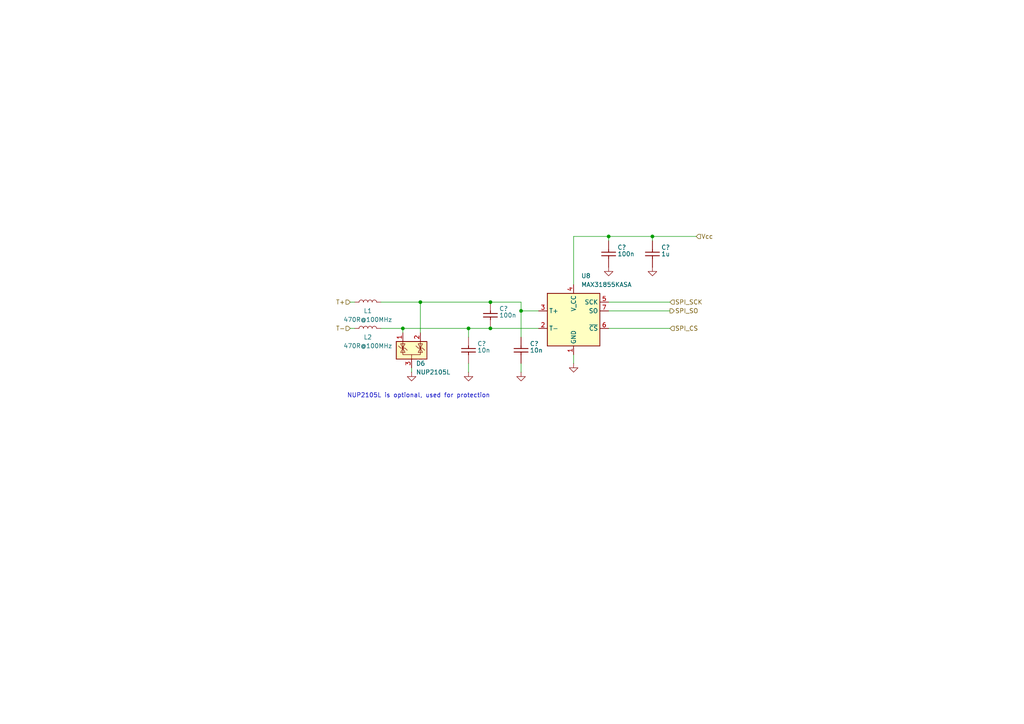
<source format=kicad_sch>
(kicad_sch (version 20231120) (generator "eeschema") (generator_version "8.0")
  (paper "A4")
  (title_block (title "UAEFI") (date "2025-04-30") (rev "E") (company "rusEFI.com"))
  (lib_symbols
    (symbol "Device:L" (pin_numbers hide) (pin_names (offset 1.016) hide)
      (property "Reference" "L" (at -1.27 0 90))
      (property "Value" "L" (at 1.905 0 90))
      (symbol "L_0_1"
        (arc (start 0 -2.54) (mid 0.6323 -1.905) (end 0 -1.27))
        (arc (start 0 -1.27) (mid 0.6323 -0.635) (end 0 0))
        (arc (start 0 0) (mid 0.6323 0.635) (end 0 1.27))
        (arc (start 0 1.27) (mid 0.6323 1.905) (end 0 2.54))
      )
      (symbol "L_1_1"
        (pin passive line (at 0 3.81 270) (length 1.27) (name "1") (number "1"))
        (pin passive line (at 0 -3.81 90) (length 1.27) (name "2") (number "2"))
      )
    )
    (symbol "MAX31855KASA_1"
      (property "Reference" "U" (at -7.62 8.89 0))
      (property "Value" "MAX31855KASA" (at 1.27 8.89 0))
      (symbol "MAX31855KASA_1_0_1"
        (rectangle (start -7.62 7.62) (end 7.62 -7.62) (stroke (width 0.254)) (fill (type background)))
      )
      (symbol "MAX31855KASA_1_1_1"
        (pin power_in line (at 0 -10.16 90) (length 2.54) (name "GND") (number "1"))
        (pin passive line (at -10.16 -2.54 0) (length 2.54) (name "T-") (number "2"))
        (pin passive line (at -10.16 2.54 0) (length 2.54) (name "T+") (number "3"))
        (pin power_in line (at 0 10.16 270) (length 2.54) (name "V_CC") (number "4"))
        (pin input line (at 10.16 5.08 180) (length 2.54) (name "SCK") (number "5"))
        (pin input line (at 10.16 -2.54 180) (length 2.54) (name "~{CS}") (number "6"))
        (pin tri_state line (at 10.16 2.54 180) (length 2.54) (name "SO") (number "7"))
      )
    )
    (symbol "Power_Protection:NUP2105L" (pin_names hide)
      (property "Reference" "D" (at 5.715 2.54 0))
      (property "Value" "NUP2105L" (at 5.715 0.635 0))
      (symbol "NUP2105L_0_0"
        (pin passive line (at 0 -5.08 90) (length 2.54) (name "A") (number "3"))
      )
      (symbol "NUP2105L_0_1"
        (rectangle (start -4.445 2.54) (end 4.445 -2.54) (stroke (width 0.254)) (fill (type background)))
        (polyline (pts (xy -2.54 2.54) (xy -2.54 0.635)))
        (polyline (pts (xy 0 -1.27) (xy 0 -2.54)))
        (polyline (pts (xy 2.54 2.54) (xy 2.54 0.635)))
        (polyline (pts (xy -3.81 1.27) (xy -3.175 0.635) (xy -1.905 0.635) (xy -1.27 0)))
        (polyline (pts (xy -2.54 0.635) (xy -2.54 -1.27) (xy 2.54 -1.27) (xy 2.54 0.635)))
        (polyline (pts (xy -2.54 0.635) (xy -1.905 -0.635) (xy -3.175 -0.635) (xy -2.54 0.635)))
        (polyline (pts (xy 2.54 0.635) (xy 1.905 -0.635) (xy 3.175 -0.635) (xy 2.54 0.635)))
        (polyline (pts (xy 2.54 0.635) (xy 3.175 1.905) (xy 1.905 1.905) (xy 2.54 0.635)))
        (polyline (pts (xy -2.54 0.635) (xy -3.175 1.905) (xy -1.905 1.905) (xy -2.54 0.635) (xy -2.54 1.27)))
        (polyline (pts (xy 1.27 1.27) (xy 1.905 0.635) (xy 2.54 0.635) (xy 3.175 0.635) (xy 3.81 0)))
      )
      (symbol "NUP2105L_1_1"
        (pin passive line (at -2.54 5.08 270) (length 2.54) (name "K") (number "1"))
        (pin passive line (at 2.54 5.08 270) (length 2.54) (name "K") (number "2"))
      )
    )
    (symbol "hellen-one-common:Cap" (pin_numbers hide)
      (property "Reference" "C" (at -3.81 2.54 0))
      (property "Value" "Cap" (at -2.54 -1.27 0))
      (symbol "Cap_1_0"
        (polyline (pts (xy -1.27 0) (xy -0.508 0)) (stroke (width 0.254)))
        (polyline (pts (xy -0.508 -2.032) (xy -0.508 2.032)) (stroke (width 0.254)))
        (polyline (pts (xy 0.508 2.032) (xy 0.508 -2.032)) (stroke (width 0.254)))
        (polyline (pts (xy 1.27 0) (xy 0.508 0)) (stroke (width 0.254)))
        (pin passive line (at -3.81 0 0) (length 2.54) (name "") (number "1"))
        (pin passive line (at 3.81 0 180) (length 2.54) (name "") (number "2"))
      )
    )
    (symbol "power:GND" (power) (pin_numbers hide) (pin_names (offset 0) hide)
      (property "Value" "GND" (at 0 -3.81 0))
      (symbol "GND_0_1"
        (polyline (pts (xy 0 0) (xy 0 -1.27) (xy 1.27 -1.27) (xy 0 -2.54) (xy -1.27 -1.27) (xy 0 -1.27)))
      )
      (symbol "GND_1_1"
        (pin power_in line (at 0 0 270) (length 0) (name "~") (number "1"))
      )
    )
  )
  (junction (at 176.53 68.58))
  (junction (at 116.84 95.25))
  (junction (at 135.89 95.25))
  (junction (at 121.92 87.63))
  (junction (at 142.24 87.63))
  (junction (at 142.24 95.25))
  (junction (at 189.23 68.58))
  (junction (at 151.13 90.17))
  (wire (pts (xy 166.37 82.55) (xy 166.37 68.58)))
  (wire (pts (xy 119.38 107.95) (xy 119.38 106.68)))
  (wire (pts (xy 142.24 87.63) (xy 151.13 87.63)))
  (wire (pts (xy 166.37 68.58) (xy 176.53 68.58)))
  (wire (pts (xy 121.92 87.63) (xy 121.92 96.52)))
  (wire (pts (xy 189.23 68.58) (xy 189.23 69.85)))
  (wire (pts (xy 151.13 90.17) (xy 151.13 97.79)))
  (wire (pts (xy 176.53 68.58) (xy 176.53 69.85)))
  (wire (pts (xy 135.89 105.41) (xy 135.89 107.95)))
  (wire (pts (xy 121.92 87.63) (xy 142.24 87.63)))
  (wire (pts (xy 110.49 87.63) (xy 121.92 87.63)))
  (wire (pts (xy 151.13 87.63) (xy 151.13 90.17)))
  (wire (pts (xy 176.53 90.17) (xy 194.31 90.17)))
  (wire (pts (xy 189.23 68.58) (xy 201.93 68.58)))
  (wire (pts (xy 116.84 95.25) (xy 135.89 95.25)))
  (wire (pts (xy 151.13 90.17) (xy 156.21 90.17)))
  (wire (pts (xy 166.37 102.87) (xy 166.37 105.41)))
  (wire (pts (xy 176.53 68.58) (xy 189.23 68.58)))
  (wire (pts (xy 151.13 105.41) (xy 151.13 107.95)))
  (wire (pts (xy 176.53 95.25) (xy 194.31 95.25)))
  (wire (pts (xy 116.84 95.25) (xy 116.84 96.52)))
  (wire (pts (xy 135.89 95.25) (xy 142.24 95.25)))
  (wire (pts (xy 142.24 95.25) (xy 156.21 95.25)))
  (wire (pts (xy 135.89 95.25) (xy 135.89 97.79)))
  (wire (pts (xy 110.49 95.25) (xy 116.84 95.25)))
  (wire (pts (xy 101.6 87.63) (xy 102.87 87.63)))
  (wire (pts (xy 101.6 95.25) (xy 102.87 95.25)))
  (wire (pts (xy 176.53 87.63) (xy 194.31 87.63)))
  (text "NUP2105L is optional, used for protection" (at 121.412 114.808 0) (effects (font (size 1.27 1.27))))
  (hierarchical_label "Vcc" (shape input) (at 201.93 68.58 0))
  (hierarchical_label "SPI_SO" (shape output) (at 194.31 90.17 0))
  (hierarchical_label "SPI_SCK" (shape input) (at 194.31 87.63 0))
  (hierarchical_label "SPI_CS" (shape input) (at 194.31 95.25 0))
  (hierarchical_label "T+" (shape input) (at 101.6 87.63 180))
  (hierarchical_label "T-" (shape input) (at 101.6 95.25 180))
  (symbol (lib_id "hellen-one-common:Cap") (at 135.89 101.6 90) (unit 1)
    (property "Reference" "C?" (at 138.43 99.695 90) (effects (justify right)))
    (property "Value" "10n" (at 138.43 101.6 90) (effects (justify right)))
    (property "Footprint" "hellen-one-common:C0603" (effects (hide yes)))
    (property "LCSC" "C57112" (effects (hide yes)))
    (instances (project "hellen-112-17" (path "" (reference "C?") (unit 1))) (project "uaefi" (path "" (reference "C29") (unit 1))))
  )
  (symbol (lib_name "MAX31855KASA_1") (lib_id "Sensor_Temperature:MAX31855KASA") (at 166.37 92.71 0) (unit 1)
    (property "Reference" "U8" (at 168.5641 80.01 0) (effects (justify left)))
    (property "Value" "MAX31855KASA" (at 168.5641 82.55 0) (effects (justify left)))
    (property "Footprint" "Package_SO:SOIC-8_3.9x4.9mm_P1.27mm" (effects (hide yes)))
    (property "Datasheet" "http://datasheets.maximintegrated.com/en/ds/MAX31855.pdf" (effects (hide yes)))
    (property "LCSC" "C52028" (effects (hide yes)))
  )
  (symbol (lib_id "hellen-one-common:Cap") (at 189.23 73.66 90) (unit 1)
    (property "Reference" "C?" (at 191.77 71.755 90) (effects (justify right)))
    (property "Value" "1u" (at 191.77 73.66 90) (effects (justify right)))
    (property "Footprint" "hellen-one-common:C0603" (effects (hide yes)))
    (property "LCSC" "C15849" (effects (hide yes)))
    (instances (project "hellen-112-17" (path "" (reference "C?") (unit 1))) (project "uaefi" (path "" (reference "C33") (unit 1))))
  )
  (symbol (lib_id "hellen-one-common:Cap") (at 151.13 101.6 90) (unit 1)
    (property "Reference" "C?" (at 153.67 99.695 90) (effects (justify right)))
    (property "Value" "10n" (at 153.67 101.6 90) (effects (justify right)))
    (property "Footprint" "hellen-one-common:C0603" (effects (hide yes)))
    (property "LCSC" "C57112" (effects (hide yes)))
    (instances (project "hellen-112-17" (path "" (reference "C?") (unit 1))) (project "uaefi" (path "" (reference "C31") (unit 1))))
  )
  (symbol (lib_id "Power_Protection:NUP2105L") (at 119.38 101.6 0) (unit 1)
    (property "Reference" "D6" (at 120.65 105.41 0) (effects (justify left)))
    (property "Value" "NUP2105L" (at 120.65 107.95 0) (effects (justify left)))
    (property "Footprint" "Package_TO_SOT_SMD:SOT-23" (effects (hide yes)))
    (property "Datasheet" "http://www.onsemi.com/pub_link/Collateral/NUP2105L-D.PDF" (effects (hide yes)))
    (property "LCSC" "C284104" (effects (hide yes)))
  )
  (symbol (lib_id "hellen-one-common:Cap") (at 176.53 73.66 90) (unit 1)
    (property "Reference" "C?" (at 179.07 71.755 90) (effects (justify right)))
    (property "Value" "100n" (at 179.07 73.66 90) (effects (justify right)))
    (property "Footprint" "hellen-one-common:C0603" (effects (hide yes)))
    (property "LCSC" "C14663" (effects (hide yes)))
    (instances (project "hellen-112-17" (path "" (reference "C?") (unit 1))) (project "uaefi" (path "" (reference "C32") (unit 1))))
  )
  (symbol (lib_id "power:GND") (at 176.53 77.47 0) (unit 1)
    (property "Reference" "#PWR0129" (effects (hide yes)))
    (property "Value" "GND" (effects (hide yes)))
    (property "Description" "Power symbol creates a global label with name \"GND\" , ground" (effects (hide yes)))
  )
  (symbol (lib_id "Device:L") (at 106.68 95.25 90) (unit 1)
    (property "Reference" "L2" (at 106.68 97.79 90))
    (property "Value" "470R@100MHz" (at 106.68 100.33 90))
    (property "Footprint" "Inductor_SMD:L_0603_1608Metric" (effects (hide yes)))
    (property "LCSC" "C97853" (effects (hide yes)))
  )
  (symbol (lib_id "power:GND") (at 189.23 77.47 0) (unit 1)
    (property "Reference" "#PWR0130" (effects (hide yes)))
    (property "Value" "GND" (effects (hide yes)))
    (property "Description" "Power symbol creates a global label with name \"GND\" , ground" (effects (hide yes)))
  )
  (symbol (lib_id "power:GND") (at 135.89 107.95 0) (unit 1)
    (property "Reference" "#PWR0126" (effects (hide yes)))
    (property "Value" "GND" (effects (hide yes)))
    (property "Description" "Power symbol creates a global label with name \"GND\" , ground" (effects (hide yes)))
  )
  (symbol (lib_id "power:GND") (at 151.13 107.95 0) (unit 1)
    (property "Reference" "#PWR0127" (effects (hide yes)))
    (property "Value" "GND" (effects (hide yes)))
    (property "Description" "Power symbol creates a global label with name \"GND\" , ground" (effects (hide yes)))
  )
  (symbol (lib_id "power:GND") (at 166.37 105.41 0) (unit 1)
    (property "Reference" "#PWR0128" (effects (hide yes)))
    (property "Value" "GND" (effects (hide yes)))
    (property "Description" "Power symbol creates a global label with name \"GND\" , ground" (effects (hide yes)))
  )
  (symbol (lib_id "power:GND") (at 119.38 107.95 0) (unit 1)
    (property "Reference" "#PWR0125" (effects (hide yes)))
    (property "Value" "GND" (effects (hide yes)))
    (property "Description" "Power symbol creates a global label with name \"GND\" , ground" (effects (hide yes)))
  )
  (symbol (lib_id "hellen-one-common:Cap") (at 142.24 91.44 90) (unit 1)
    (property "Reference" "C?" (at 144.78 89.535 90) (effects (justify right)))
    (property "Value" "100n" (at 144.78 91.44 90) (effects (justify right)))
    (property "Footprint" "hellen-one-common:C0603" (effects (hide yes)))
    (property "LCSC" "C14663" (effects (hide yes)))
    (instances (project "hellen-112-17" (path "" (reference "C?") (unit 1))) (project "uaefi" (path "" (reference "C30") (unit 1))))
  )
  (symbol (lib_id "Device:L") (at 106.68 87.63 90) (unit 1)
    (property "Reference" "L1" (at 106.68 90.17 90))
    (property "Value" "470R@100MHz" (at 106.68 92.71 90))
    (property "Footprint" "Inductor_SMD:L_0603_1608Metric" (effects (hide yes)))
    (property "LCSC" "C97853" (effects (hide yes)))
  )
)
</source>
